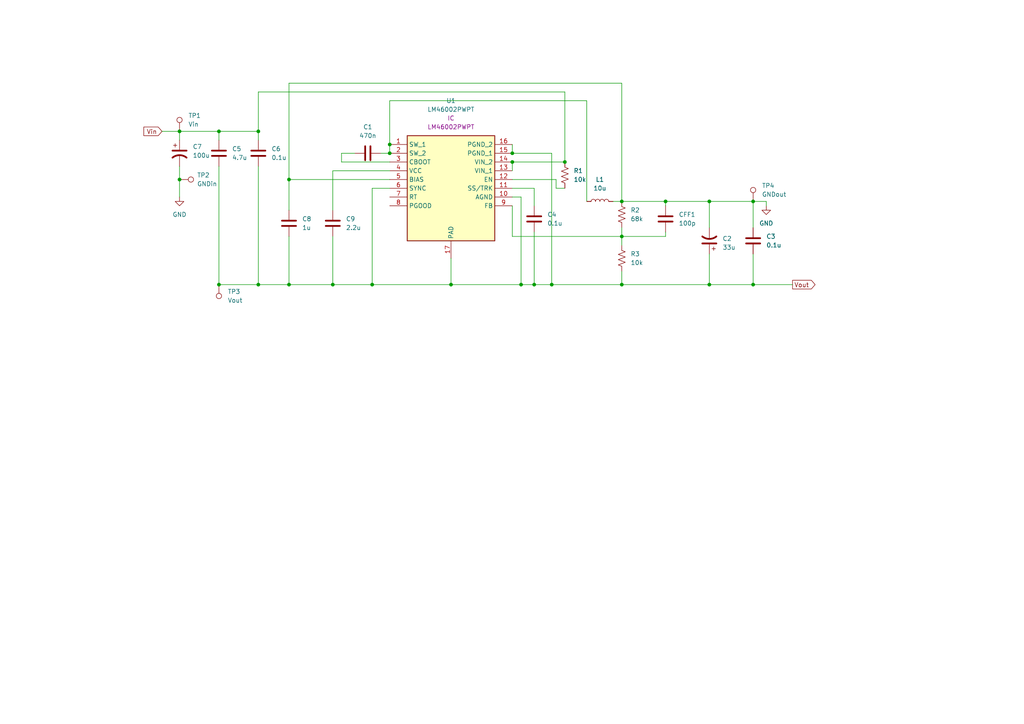
<source format=kicad_sch>
(kicad_sch (version 20211123) (generator eeschema)

  (uuid 9fbb4708-69c3-46e6-86e3-d8139890cdc7)

  (paper "A4")

  (lib_symbols
    (symbol "Connector:TestPoint" (pin_numbers hide) (pin_names (offset 0.762) hide) (in_bom yes) (on_board yes)
      (property "Reference" "TP" (id 0) (at 0 6.858 0)
        (effects (font (size 1.27 1.27)))
      )
      (property "Value" "TestPoint" (id 1) (at 0 5.08 0)
        (effects (font (size 1.27 1.27)))
      )
      (property "Footprint" "" (id 2) (at 5.08 0 0)
        (effects (font (size 1.27 1.27)) hide)
      )
      (property "Datasheet" "~" (id 3) (at 5.08 0 0)
        (effects (font (size 1.27 1.27)) hide)
      )
      (property "ki_keywords" "test point tp" (id 4) (at 0 0 0)
        (effects (font (size 1.27 1.27)) hide)
      )
      (property "ki_description" "test point" (id 5) (at 0 0 0)
        (effects (font (size 1.27 1.27)) hide)
      )
      (property "ki_fp_filters" "Pin* Test*" (id 6) (at 0 0 0)
        (effects (font (size 1.27 1.27)) hide)
      )
      (symbol "TestPoint_0_1"
        (circle (center 0 3.302) (radius 0.762)
          (stroke (width 0) (type default) (color 0 0 0 0))
          (fill (type none))
        )
      )
      (symbol "TestPoint_1_1"
        (pin passive line (at 0 0 90) (length 2.54)
          (name "1" (effects (font (size 1.27 1.27))))
          (number "1" (effects (font (size 1.27 1.27))))
        )
      )
    )
    (symbol "Converter_DCDC:LM46002PWPT" (in_bom yes) (on_board yes)
      (property "Reference" "" (id 0) (at 0 0 0)
        (effects (font (size 1.27 1.27)))
      )
      (property "Value" "LM46002PWPT" (id 1) (at 0 0 0)
        (effects (font (size 1.27 1.27)))
      )
      (property "Footprint" "" (id 2) (at 0 0 0)
        (effects (font (size 1.27 1.27)) hide)
      )
      (property "Datasheet" "" (id 3) (at 0 0 0)
        (effects (font (size 1.27 1.27)) hide)
      )
      (property "Reference_1" "IC" (id 4) (at 31.75 7.62 0)
        (effects (font (size 1.27 1.27)) (justify left top))
      )
      (property "Value_1" "LM46002PWPT" (id 5) (at 31.75 5.08 0)
        (effects (font (size 1.27 1.27)) (justify left top))
      )
      (property "Footprint_1" "SOP65P640X120-17N" (id 6) (at 31.75 -94.92 0)
        (effects (font (size 1.27 1.27)) (justify left top) hide)
      )
      (property "Datasheet_1" "http://www.ti.com/lit/gpn/lm46002" (id 7) (at 31.75 -194.92 0)
        (effects (font (size 1.27 1.27)) (justify left top) hide)
      )
      (property "Height" "1.2" (id 8) (at 31.75 -394.92 0)
        (effects (font (size 1.27 1.27)) (justify left top) hide)
      )
      (property "Mouser Part Number" "595-LM46002PWPT" (id 9) (at 31.75 -494.92 0)
        (effects (font (size 1.27 1.27)) (justify left top) hide)
      )
      (property "Mouser Price/Stock" "https://www.mouser.co.uk/ProductDetail/Texas-Instruments/LM46002PWPT?qs=p08Uhw9w2Fzg%252Bse%2F5Ujwrg%3D%3D" (id 10) (at 31.75 -594.92 0)
        (effects (font (size 1.27 1.27)) (justify left top) hide)
      )
      (property "Manufacturer_Name" "Texas Instruments" (id 11) (at 31.75 -694.92 0)
        (effects (font (size 1.27 1.27)) (justify left top) hide)
      )
      (property "Manufacturer_Part_Number" "LM46002PWPT" (id 12) (at 31.75 -794.92 0)
        (effects (font (size 1.27 1.27)) (justify left top) hide)
      )
      (property "ki_description" "Texas Instruments, LM46002PWPT Switching Regulator 2A Adjustable, 1  28 V, 16-Pin HTSSOP" (id 13) (at 0 0 0)
        (effects (font (size 1.27 1.27)) hide)
      )
      (symbol "LM46002PWPT_1_1"
        (rectangle (start 5.08 2.54) (end 30.48 -27.94)
          (stroke (width 0.254) (type default) (color 0 0 0 0))
          (fill (type background))
        )
        (pin passive line (at 0 0 0) (length 5.08)
          (name "SW_1" (effects (font (size 1.27 1.27))))
          (number "1" (effects (font (size 1.27 1.27))))
        )
        (pin passive line (at 35.56 -15.24 180) (length 5.08)
          (name "AGND" (effects (font (size 1.27 1.27))))
          (number "10" (effects (font (size 1.27 1.27))))
        )
        (pin passive line (at 35.56 -12.7 180) (length 5.08)
          (name "SS/TRK" (effects (font (size 1.27 1.27))))
          (number "11" (effects (font (size 1.27 1.27))))
        )
        (pin passive line (at 35.56 -10.16 180) (length 5.08)
          (name "EN" (effects (font (size 1.27 1.27))))
          (number "12" (effects (font (size 1.27 1.27))))
        )
        (pin passive line (at 35.56 -7.62 180) (length 5.08)
          (name "VIN_1" (effects (font (size 1.27 1.27))))
          (number "13" (effects (font (size 1.27 1.27))))
        )
        (pin passive line (at 35.56 -5.08 180) (length 5.08)
          (name "VIN_2" (effects (font (size 1.27 1.27))))
          (number "14" (effects (font (size 1.27 1.27))))
        )
        (pin passive line (at 35.56 -2.54 180) (length 5.08)
          (name "PGND_1" (effects (font (size 1.27 1.27))))
          (number "15" (effects (font (size 1.27 1.27))))
        )
        (pin passive line (at 35.56 0 180) (length 5.08)
          (name "PGND_2" (effects (font (size 1.27 1.27))))
          (number "16" (effects (font (size 1.27 1.27))))
        )
        (pin passive line (at 17.78 -33.02 90) (length 5.08)
          (name "PAD" (effects (font (size 1.27 1.27))))
          (number "17" (effects (font (size 1.27 1.27))))
        )
        (pin passive line (at 0 -2.54 0) (length 5.08)
          (name "SW_2" (effects (font (size 1.27 1.27))))
          (number "2" (effects (font (size 1.27 1.27))))
        )
        (pin passive line (at 0 -5.08 0) (length 5.08)
          (name "CBOOT" (effects (font (size 1.27 1.27))))
          (number "3" (effects (font (size 1.27 1.27))))
        )
        (pin passive line (at 0 -7.62 0) (length 5.08)
          (name "VCC" (effects (font (size 1.27 1.27))))
          (number "4" (effects (font (size 1.27 1.27))))
        )
        (pin passive line (at 0 -10.16 0) (length 5.08)
          (name "BIAS" (effects (font (size 1.27 1.27))))
          (number "5" (effects (font (size 1.27 1.27))))
        )
        (pin passive line (at 0 -12.7 0) (length 5.08)
          (name "SYNC" (effects (font (size 1.27 1.27))))
          (number "6" (effects (font (size 1.27 1.27))))
        )
        (pin passive line (at 0 -15.24 0) (length 5.08)
          (name "RT" (effects (font (size 1.27 1.27))))
          (number "7" (effects (font (size 1.27 1.27))))
        )
        (pin passive line (at 0 -17.78 0) (length 5.08)
          (name "PGOOD" (effects (font (size 1.27 1.27))))
          (number "8" (effects (font (size 1.27 1.27))))
        )
        (pin passive line (at 35.56 -17.78 180) (length 5.08)
          (name "FB" (effects (font (size 1.27 1.27))))
          (number "9" (effects (font (size 1.27 1.27))))
        )
      )
    )
    (symbol "Device:C" (pin_numbers hide) (pin_names (offset 0.254)) (in_bom yes) (on_board yes)
      (property "Reference" "C" (id 0) (at 0.635 2.54 0)
        (effects (font (size 1.27 1.27)) (justify left))
      )
      (property "Value" "C" (id 1) (at 0.635 -2.54 0)
        (effects (font (size 1.27 1.27)) (justify left))
      )
      (property "Footprint" "" (id 2) (at 0.9652 -3.81 0)
        (effects (font (size 1.27 1.27)) hide)
      )
      (property "Datasheet" "~" (id 3) (at 0 0 0)
        (effects (font (size 1.27 1.27)) hide)
      )
      (property "ki_keywords" "cap capacitor" (id 4) (at 0 0 0)
        (effects (font (size 1.27 1.27)) hide)
      )
      (property "ki_description" "Unpolarized capacitor" (id 5) (at 0 0 0)
        (effects (font (size 1.27 1.27)) hide)
      )
      (property "ki_fp_filters" "C_*" (id 6) (at 0 0 0)
        (effects (font (size 1.27 1.27)) hide)
      )
      (symbol "C_0_1"
        (polyline
          (pts
            (xy -2.032 -0.762)
            (xy 2.032 -0.762)
          )
          (stroke (width 0.508) (type default) (color 0 0 0 0))
          (fill (type none))
        )
        (polyline
          (pts
            (xy -2.032 0.762)
            (xy 2.032 0.762)
          )
          (stroke (width 0.508) (type default) (color 0 0 0 0))
          (fill (type none))
        )
      )
      (symbol "C_1_1"
        (pin passive line (at 0 3.81 270) (length 2.794)
          (name "~" (effects (font (size 1.27 1.27))))
          (number "1" (effects (font (size 1.27 1.27))))
        )
        (pin passive line (at 0 -3.81 90) (length 2.794)
          (name "~" (effects (font (size 1.27 1.27))))
          (number "2" (effects (font (size 1.27 1.27))))
        )
      )
    )
    (symbol "Device:C_Polarized_US" (pin_numbers hide) (pin_names (offset 0.254) hide) (in_bom yes) (on_board yes)
      (property "Reference" "C" (id 0) (at 0.635 2.54 0)
        (effects (font (size 1.27 1.27)) (justify left))
      )
      (property "Value" "C_Polarized_US" (id 1) (at 0.635 -2.54 0)
        (effects (font (size 1.27 1.27)) (justify left))
      )
      (property "Footprint" "" (id 2) (at 0 0 0)
        (effects (font (size 1.27 1.27)) hide)
      )
      (property "Datasheet" "~" (id 3) (at 0 0 0)
        (effects (font (size 1.27 1.27)) hide)
      )
      (property "ki_keywords" "cap capacitor" (id 4) (at 0 0 0)
        (effects (font (size 1.27 1.27)) hide)
      )
      (property "ki_description" "Polarized capacitor, US symbol" (id 5) (at 0 0 0)
        (effects (font (size 1.27 1.27)) hide)
      )
      (property "ki_fp_filters" "CP_*" (id 6) (at 0 0 0)
        (effects (font (size 1.27 1.27)) hide)
      )
      (symbol "C_Polarized_US_0_1"
        (polyline
          (pts
            (xy -2.032 0.762)
            (xy 2.032 0.762)
          )
          (stroke (width 0.508) (type default) (color 0 0 0 0))
          (fill (type none))
        )
        (polyline
          (pts
            (xy -1.778 2.286)
            (xy -0.762 2.286)
          )
          (stroke (width 0) (type default) (color 0 0 0 0))
          (fill (type none))
        )
        (polyline
          (pts
            (xy -1.27 1.778)
            (xy -1.27 2.794)
          )
          (stroke (width 0) (type default) (color 0 0 0 0))
          (fill (type none))
        )
        (arc (start 2.032 -1.27) (mid 0 -0.5572) (end -2.032 -1.27)
          (stroke (width 0.508) (type default) (color 0 0 0 0))
          (fill (type none))
        )
      )
      (symbol "C_Polarized_US_1_1"
        (pin passive line (at 0 3.81 270) (length 2.794)
          (name "~" (effects (font (size 1.27 1.27))))
          (number "1" (effects (font (size 1.27 1.27))))
        )
        (pin passive line (at 0 -3.81 90) (length 3.302)
          (name "~" (effects (font (size 1.27 1.27))))
          (number "2" (effects (font (size 1.27 1.27))))
        )
      )
    )
    (symbol "Device:L" (pin_numbers hide) (pin_names (offset 1.016) hide) (in_bom yes) (on_board yes)
      (property "Reference" "L" (id 0) (at -1.27 0 90)
        (effects (font (size 1.27 1.27)))
      )
      (property "Value" "L" (id 1) (at 1.905 0 90)
        (effects (font (size 1.27 1.27)))
      )
      (property "Footprint" "" (id 2) (at 0 0 0)
        (effects (font (size 1.27 1.27)) hide)
      )
      (property "Datasheet" "~" (id 3) (at 0 0 0)
        (effects (font (size 1.27 1.27)) hide)
      )
      (property "ki_keywords" "inductor choke coil reactor magnetic" (id 4) (at 0 0 0)
        (effects (font (size 1.27 1.27)) hide)
      )
      (property "ki_description" "Inductor" (id 5) (at 0 0 0)
        (effects (font (size 1.27 1.27)) hide)
      )
      (property "ki_fp_filters" "Choke_* *Coil* Inductor_* L_*" (id 6) (at 0 0 0)
        (effects (font (size 1.27 1.27)) hide)
      )
      (symbol "L_0_1"
        (arc (start 0 -2.54) (mid 0.635 -1.905) (end 0 -1.27)
          (stroke (width 0) (type default) (color 0 0 0 0))
          (fill (type none))
        )
        (arc (start 0 -1.27) (mid 0.635 -0.635) (end 0 0)
          (stroke (width 0) (type default) (color 0 0 0 0))
          (fill (type none))
        )
        (arc (start 0 0) (mid 0.635 0.635) (end 0 1.27)
          (stroke (width 0) (type default) (color 0 0 0 0))
          (fill (type none))
        )
        (arc (start 0 1.27) (mid 0.635 1.905) (end 0 2.54)
          (stroke (width 0) (type default) (color 0 0 0 0))
          (fill (type none))
        )
      )
      (symbol "L_1_1"
        (pin passive line (at 0 3.81 270) (length 1.27)
          (name "1" (effects (font (size 1.27 1.27))))
          (number "1" (effects (font (size 1.27 1.27))))
        )
        (pin passive line (at 0 -3.81 90) (length 1.27)
          (name "2" (effects (font (size 1.27 1.27))))
          (number "2" (effects (font (size 1.27 1.27))))
        )
      )
    )
    (symbol "Device:R_US" (pin_numbers hide) (pin_names (offset 0)) (in_bom yes) (on_board yes)
      (property "Reference" "R" (id 0) (at 2.54 0 90)
        (effects (font (size 1.27 1.27)))
      )
      (property "Value" "R_US" (id 1) (at -2.54 0 90)
        (effects (font (size 1.27 1.27)))
      )
      (property "Footprint" "" (id 2) (at 1.016 -0.254 90)
        (effects (font (size 1.27 1.27)) hide)
      )
      (property "Datasheet" "~" (id 3) (at 0 0 0)
        (effects (font (size 1.27 1.27)) hide)
      )
      (property "ki_keywords" "R res resistor" (id 4) (at 0 0 0)
        (effects (font (size 1.27 1.27)) hide)
      )
      (property "ki_description" "Resistor, US symbol" (id 5) (at 0 0 0)
        (effects (font (size 1.27 1.27)) hide)
      )
      (property "ki_fp_filters" "R_*" (id 6) (at 0 0 0)
        (effects (font (size 1.27 1.27)) hide)
      )
      (symbol "R_US_0_1"
        (polyline
          (pts
            (xy 0 -2.286)
            (xy 0 -2.54)
          )
          (stroke (width 0) (type default) (color 0 0 0 0))
          (fill (type none))
        )
        (polyline
          (pts
            (xy 0 2.286)
            (xy 0 2.54)
          )
          (stroke (width 0) (type default) (color 0 0 0 0))
          (fill (type none))
        )
        (polyline
          (pts
            (xy 0 -0.762)
            (xy 1.016 -1.143)
            (xy 0 -1.524)
            (xy -1.016 -1.905)
            (xy 0 -2.286)
          )
          (stroke (width 0) (type default) (color 0 0 0 0))
          (fill (type none))
        )
        (polyline
          (pts
            (xy 0 0.762)
            (xy 1.016 0.381)
            (xy 0 0)
            (xy -1.016 -0.381)
            (xy 0 -0.762)
          )
          (stroke (width 0) (type default) (color 0 0 0 0))
          (fill (type none))
        )
        (polyline
          (pts
            (xy 0 2.286)
            (xy 1.016 1.905)
            (xy 0 1.524)
            (xy -1.016 1.143)
            (xy 0 0.762)
          )
          (stroke (width 0) (type default) (color 0 0 0 0))
          (fill (type none))
        )
      )
      (symbol "R_US_1_1"
        (pin passive line (at 0 3.81 270) (length 1.27)
          (name "~" (effects (font (size 1.27 1.27))))
          (number "1" (effects (font (size 1.27 1.27))))
        )
        (pin passive line (at 0 -3.81 90) (length 1.27)
          (name "~" (effects (font (size 1.27 1.27))))
          (number "2" (effects (font (size 1.27 1.27))))
        )
      )
    )
    (symbol "power:GND" (power) (pin_names (offset 0)) (in_bom yes) (on_board yes)
      (property "Reference" "#PWR" (id 0) (at 0 -6.35 0)
        (effects (font (size 1.27 1.27)) hide)
      )
      (property "Value" "GND" (id 1) (at 0 -3.81 0)
        (effects (font (size 1.27 1.27)))
      )
      (property "Footprint" "" (id 2) (at 0 0 0)
        (effects (font (size 1.27 1.27)) hide)
      )
      (property "Datasheet" "" (id 3) (at 0 0 0)
        (effects (font (size 1.27 1.27)) hide)
      )
      (property "ki_keywords" "power-flag" (id 4) (at 0 0 0)
        (effects (font (size 1.27 1.27)) hide)
      )
      (property "ki_description" "Power symbol creates a global label with name \"GND\" , ground" (id 5) (at 0 0 0)
        (effects (font (size 1.27 1.27)) hide)
      )
      (symbol "GND_0_1"
        (polyline
          (pts
            (xy 0 0)
            (xy 0 -1.27)
            (xy 1.27 -1.27)
            (xy 0 -2.54)
            (xy -1.27 -1.27)
            (xy 0 -1.27)
          )
          (stroke (width 0) (type default) (color 0 0 0 0))
          (fill (type none))
        )
      )
      (symbol "GND_1_1"
        (pin power_in line (at 0 0 270) (length 0) hide
          (name "GND" (effects (font (size 1.27 1.27))))
          (number "1" (effects (font (size 1.27 1.27))))
        )
      )
    )
  )


  (junction (at 160.02 82.55) (diameter 0) (color 0 0 0 0)
    (uuid 094f17e1-72fe-4e9a-a864-965c2a351ddf)
  )
  (junction (at 218.44 58.42) (diameter 0) (color 0 0 0 0)
    (uuid 0d854ca1-22ac-4c19-93c8-2ae2e0a93235)
  )
  (junction (at 163.83 46.99) (diameter 0) (color 0 0 0 0)
    (uuid 17455fdc-205a-462a-8bf2-4cd450f7f162)
  )
  (junction (at 113.03 41.91) (diameter 0) (color 0 0 0 0)
    (uuid 37037f8a-4ed1-40a7-a6ba-c73fc01e99ef)
  )
  (junction (at 148.59 44.45) (diameter 0) (color 0 0 0 0)
    (uuid 488ef587-4415-4062-a27a-5af437559115)
  )
  (junction (at 74.93 82.55) (diameter 0) (color 0 0 0 0)
    (uuid 5ee97453-3c2a-43de-90d1-91139128ed0a)
  )
  (junction (at 193.04 58.42) (diameter 0) (color 0 0 0 0)
    (uuid 5eed53d1-ef08-4cc8-b43c-b6a930d51469)
  )
  (junction (at 148.59 46.99) (diameter 0) (color 0 0 0 0)
    (uuid 6a909356-2898-43e8-a46d-a84138d509ca)
  )
  (junction (at 151.13 82.55) (diameter 0) (color 0 0 0 0)
    (uuid 6cfb5543-5daf-467c-b6cc-88f3f4f011d7)
  )
  (junction (at 218.44 82.55) (diameter 0) (color 0 0 0 0)
    (uuid 6d0abdcf-80d3-4d8b-9699-7fd48ef66bac)
  )
  (junction (at 96.52 82.55) (diameter 0) (color 0 0 0 0)
    (uuid 6e65f1e3-b588-456d-a1fb-283968e34660)
  )
  (junction (at 180.34 58.42) (diameter 0) (color 0 0 0 0)
    (uuid 7a458dbc-5a44-442a-86ba-a896d1aeeaa4)
  )
  (junction (at 52.07 52.07) (diameter 0) (color 0 0 0 0)
    (uuid 7b297b49-eafe-405e-9932-131b2ae4ed59)
  )
  (junction (at 205.74 58.42) (diameter 0) (color 0 0 0 0)
    (uuid 7e196029-e52e-4663-ae02-5fe96ccca5de)
  )
  (junction (at 83.82 52.07) (diameter 0) (color 0 0 0 0)
    (uuid 8b64a98d-4a9f-4a51-a623-060205de56f2)
  )
  (junction (at 113.03 44.45) (diameter 0) (color 0 0 0 0)
    (uuid 902727ea-17c7-4390-b985-8b331b5131e3)
  )
  (junction (at 83.82 82.55) (diameter 0) (color 0 0 0 0)
    (uuid 9316a679-7623-4baf-885a-6934b659b70f)
  )
  (junction (at 63.5 38.1) (diameter 0) (color 0 0 0 0)
    (uuid a6141afc-9c54-4f64-9b1a-b47cc7033d49)
  )
  (junction (at 107.95 82.55) (diameter 0) (color 0 0 0 0)
    (uuid acb5bd43-fdee-4f24-ad67-4c305bb383de)
  )
  (junction (at 154.94 82.55) (diameter 0) (color 0 0 0 0)
    (uuid b0fe3187-7069-4bd5-9afb-cb728818074b)
  )
  (junction (at 63.5 82.55) (diameter 0) (color 0 0 0 0)
    (uuid b12ccfb3-a8d5-4c67-8854-aae598b58930)
  )
  (junction (at 74.93 38.1) (diameter 0) (color 0 0 0 0)
    (uuid b83fd18f-f63f-4b3c-a80e-2a45a48cfbd7)
  )
  (junction (at 180.34 68.58) (diameter 0) (color 0 0 0 0)
    (uuid ba62c22a-a071-45e9-ae6f-6ca91c2922f2)
  )
  (junction (at 52.07 38.1) (diameter 0) (color 0 0 0 0)
    (uuid c7c6b4fa-3331-4fd2-abdf-f1e64bfcde0d)
  )
  (junction (at 180.34 82.55) (diameter 0) (color 0 0 0 0)
    (uuid ec475407-19e4-4484-a2fc-b401659d9cdb)
  )
  (junction (at 130.81 82.55) (diameter 0) (color 0 0 0 0)
    (uuid ef89613c-2160-4b96-ad42-07dfeae800f8)
  )
  (junction (at 205.74 82.55) (diameter 0) (color 0 0 0 0)
    (uuid fdc81825-90a3-44b4-a983-1234c49c3af2)
  )

  (wire (pts (xy 180.34 68.58) (xy 180.34 71.12))
    (stroke (width 0) (type default) (color 0 0 0 0))
    (uuid 004f53bc-c22e-4615-a655-cf70386a2025)
  )
  (wire (pts (xy 154.94 59.69) (xy 154.94 54.61))
    (stroke (width 0) (type default) (color 0 0 0 0))
    (uuid 046e4eb3-d950-41ac-8756-33d85cf56520)
  )
  (wire (pts (xy 154.94 82.55) (xy 160.02 82.55))
    (stroke (width 0) (type default) (color 0 0 0 0))
    (uuid 049fc590-713a-465d-8508-85981a42a7d8)
  )
  (wire (pts (xy 148.59 59.69) (xy 148.59 68.58))
    (stroke (width 0) (type default) (color 0 0 0 0))
    (uuid 0a15cb12-764d-4114-b7e3-ad61e7431fc2)
  )
  (wire (pts (xy 107.95 82.55) (xy 130.81 82.55))
    (stroke (width 0) (type default) (color 0 0 0 0))
    (uuid 0f1efd34-870f-42c1-bc5b-2f46b9e01709)
  )
  (wire (pts (xy 83.82 24.13) (xy 180.34 24.13))
    (stroke (width 0) (type default) (color 0 0 0 0))
    (uuid 0f9f079c-0146-4c26-8120-4335dcfdb177)
  )
  (wire (pts (xy 113.03 46.99) (xy 99.06 46.99))
    (stroke (width 0) (type default) (color 0 0 0 0))
    (uuid 1232dfac-476d-450a-83bc-25d5646f6351)
  )
  (wire (pts (xy 161.29 52.07) (xy 161.29 54.61))
    (stroke (width 0) (type default) (color 0 0 0 0))
    (uuid 16db765d-454b-472c-9e3e-44f422ef754f)
  )
  (wire (pts (xy 63.5 82.55) (xy 63.5 48.26))
    (stroke (width 0) (type default) (color 0 0 0 0))
    (uuid 17e0226a-134d-4d7e-b3c4-c04cf4a91805)
  )
  (wire (pts (xy 113.03 41.91) (xy 113.03 44.45))
    (stroke (width 0) (type default) (color 0 0 0 0))
    (uuid 1a350c3b-43a2-4396-b708-ab5a0d79a7ac)
  )
  (wire (pts (xy 83.82 52.07) (xy 113.03 52.07))
    (stroke (width 0) (type default) (color 0 0 0 0))
    (uuid 1d4b9ff3-1a85-497a-8028-72eb5382388b)
  )
  (wire (pts (xy 74.93 82.55) (xy 83.82 82.55))
    (stroke (width 0) (type default) (color 0 0 0 0))
    (uuid 206ac758-ae02-4c5b-bbc0-33272447f61f)
  )
  (wire (pts (xy 180.34 58.42) (xy 193.04 58.42))
    (stroke (width 0) (type default) (color 0 0 0 0))
    (uuid 282e7d13-bf85-4f1a-a6d9-12ff260201cc)
  )
  (wire (pts (xy 161.29 54.61) (xy 163.83 54.61))
    (stroke (width 0) (type default) (color 0 0 0 0))
    (uuid 2c4c9d76-f5c6-44fd-a95b-69c45c3b4df1)
  )
  (wire (pts (xy 222.25 58.42) (xy 218.44 58.42))
    (stroke (width 0) (type default) (color 0 0 0 0))
    (uuid 2c795d3e-04ae-413e-8db2-d30ae09df341)
  )
  (wire (pts (xy 218.44 82.55) (xy 229.87 82.55))
    (stroke (width 0) (type default) (color 0 0 0 0))
    (uuid 2edea2d0-45c6-456e-adce-247633cf1f04)
  )
  (wire (pts (xy 83.82 82.55) (xy 96.52 82.55))
    (stroke (width 0) (type default) (color 0 0 0 0))
    (uuid 3033052a-9734-422c-b7bc-283a7ca70969)
  )
  (wire (pts (xy 154.94 67.31) (xy 154.94 82.55))
    (stroke (width 0) (type default) (color 0 0 0 0))
    (uuid 35908a99-5970-4082-abfa-8306a1a8959f)
  )
  (wire (pts (xy 180.34 82.55) (xy 205.74 82.55))
    (stroke (width 0) (type default) (color 0 0 0 0))
    (uuid 3a22ddc4-5d82-41a2-8cef-68cb86724eb4)
  )
  (wire (pts (xy 148.59 52.07) (xy 161.29 52.07))
    (stroke (width 0) (type default) (color 0 0 0 0))
    (uuid 3c639003-969e-4a07-a8b6-7778bf172996)
  )
  (wire (pts (xy 205.74 58.42) (xy 205.74 66.04))
    (stroke (width 0) (type default) (color 0 0 0 0))
    (uuid 3d4fc4e1-5af7-4126-8f35-bd3b9d39064f)
  )
  (wire (pts (xy 74.93 48.26) (xy 74.93 82.55))
    (stroke (width 0) (type default) (color 0 0 0 0))
    (uuid 40d4196b-d20f-4c9e-bea6-7249f6b92628)
  )
  (wire (pts (xy 205.74 73.66) (xy 205.74 82.55))
    (stroke (width 0) (type default) (color 0 0 0 0))
    (uuid 414b456f-a860-4bc5-971e-7c1401d870eb)
  )
  (wire (pts (xy 170.18 29.21) (xy 170.18 58.42))
    (stroke (width 0) (type default) (color 0 0 0 0))
    (uuid 494156da-fa94-4d9f-acac-f4aaf75729dd)
  )
  (wire (pts (xy 52.07 52.07) (xy 52.07 57.15))
    (stroke (width 0) (type default) (color 0 0 0 0))
    (uuid 49f93418-4681-471f-b7a9-9cc196ef7dbe)
  )
  (wire (pts (xy 110.49 44.45) (xy 113.03 44.45))
    (stroke (width 0) (type default) (color 0 0 0 0))
    (uuid 4b7296b4-8050-499f-984f-3f9bfd5d8275)
  )
  (wire (pts (xy 113.03 29.21) (xy 170.18 29.21))
    (stroke (width 0) (type default) (color 0 0 0 0))
    (uuid 4cf34539-ea15-4a13-9d12-eb53975be193)
  )
  (wire (pts (xy 222.25 59.69) (xy 222.25 58.42))
    (stroke (width 0) (type default) (color 0 0 0 0))
    (uuid 4f97dce1-5ea8-4b80-8c71-ee89d328cce3)
  )
  (wire (pts (xy 180.34 66.04) (xy 180.34 68.58))
    (stroke (width 0) (type default) (color 0 0 0 0))
    (uuid 538d0e58-a39f-48cc-b24d-06a8058dfe64)
  )
  (wire (pts (xy 96.52 49.53) (xy 113.03 49.53))
    (stroke (width 0) (type default) (color 0 0 0 0))
    (uuid 556d5694-7f11-490b-8bd1-7d04581200e4)
  )
  (wire (pts (xy 74.93 38.1) (xy 74.93 40.64))
    (stroke (width 0) (type default) (color 0 0 0 0))
    (uuid 55ea3963-f31a-4257-87f4-1077d55e310a)
  )
  (wire (pts (xy 148.59 46.99) (xy 163.83 46.99))
    (stroke (width 0) (type default) (color 0 0 0 0))
    (uuid 57e9a06d-f979-4e99-b219-5a6f9e5d65d6)
  )
  (wire (pts (xy 180.34 78.74) (xy 180.34 82.55))
    (stroke (width 0) (type default) (color 0 0 0 0))
    (uuid 60b3f35b-87f7-4c6c-96be-da000769c5ef)
  )
  (wire (pts (xy 63.5 82.55) (xy 74.93 82.55))
    (stroke (width 0) (type default) (color 0 0 0 0))
    (uuid 68db445e-9da5-4144-9c3d-171e3873ef24)
  )
  (wire (pts (xy 148.59 54.61) (xy 154.94 54.61))
    (stroke (width 0) (type default) (color 0 0 0 0))
    (uuid 6bcb156f-da0a-403b-93eb-d11fff16a62e)
  )
  (wire (pts (xy 148.59 46.99) (xy 148.59 49.53))
    (stroke (width 0) (type default) (color 0 0 0 0))
    (uuid 6d986160-6bb8-4202-8010-0a5ade68c82e)
  )
  (wire (pts (xy 177.8 58.42) (xy 180.34 58.42))
    (stroke (width 0) (type default) (color 0 0 0 0))
    (uuid 71fc727e-8084-4e18-b0bb-3aeda3264e64)
  )
  (wire (pts (xy 96.52 68.58) (xy 96.52 82.55))
    (stroke (width 0) (type default) (color 0 0 0 0))
    (uuid 74a6cf02-936b-4465-8d2b-2ab5c6172729)
  )
  (wire (pts (xy 148.59 57.15) (xy 151.13 57.15))
    (stroke (width 0) (type default) (color 0 0 0 0))
    (uuid 78c6de69-1374-498c-aadd-142538012b94)
  )
  (wire (pts (xy 52.07 38.1) (xy 63.5 38.1))
    (stroke (width 0) (type default) (color 0 0 0 0))
    (uuid 7aefefb6-87d2-4a5a-9302-7c3f7cc0240c)
  )
  (wire (pts (xy 52.07 48.26) (xy 52.07 52.07))
    (stroke (width 0) (type default) (color 0 0 0 0))
    (uuid 7d805a57-fe24-4868-a455-e57a522b30a9)
  )
  (wire (pts (xy 83.82 52.07) (xy 83.82 60.96))
    (stroke (width 0) (type default) (color 0 0 0 0))
    (uuid 7e4ba36a-81fc-4fdb-9884-62e3d65b172d)
  )
  (wire (pts (xy 180.34 24.13) (xy 180.34 58.42))
    (stroke (width 0) (type default) (color 0 0 0 0))
    (uuid 7fc4e41f-3c1e-49e2-9ac2-5ca55e8f8d73)
  )
  (wire (pts (xy 205.74 82.55) (xy 218.44 82.55))
    (stroke (width 0) (type default) (color 0 0 0 0))
    (uuid 87a834ae-dae2-44d2-ae19-9d3a42e54e5f)
  )
  (wire (pts (xy 99.06 46.99) (xy 99.06 44.45))
    (stroke (width 0) (type default) (color 0 0 0 0))
    (uuid 919ad3e5-0f7d-4962-8f6c-05536ed54d4e)
  )
  (wire (pts (xy 193.04 58.42) (xy 205.74 58.42))
    (stroke (width 0) (type default) (color 0 0 0 0))
    (uuid 93635af4-71be-4252-b3e8-c31933363241)
  )
  (wire (pts (xy 113.03 41.91) (xy 113.03 29.21))
    (stroke (width 0) (type default) (color 0 0 0 0))
    (uuid a473bb69-8ace-4b9a-adad-52a018b3da6f)
  )
  (wire (pts (xy 218.44 73.66) (xy 218.44 82.55))
    (stroke (width 0) (type default) (color 0 0 0 0))
    (uuid a83f472c-05f2-45c8-a9f9-f67c2de6bac0)
  )
  (wire (pts (xy 205.74 58.42) (xy 218.44 58.42))
    (stroke (width 0) (type default) (color 0 0 0 0))
    (uuid ab203b6c-3453-4bda-ac4e-cdd7fabfda18)
  )
  (wire (pts (xy 180.34 82.55) (xy 160.02 82.55))
    (stroke (width 0) (type default) (color 0 0 0 0))
    (uuid ac3c622e-cf71-4154-bf8f-26b9bda9f03b)
  )
  (wire (pts (xy 163.83 26.67) (xy 74.93 26.67))
    (stroke (width 0) (type default) (color 0 0 0 0))
    (uuid ac40b2a2-8d55-4b84-9105-7fc2ab3a83d0)
  )
  (wire (pts (xy 63.5 38.1) (xy 63.5 40.64))
    (stroke (width 0) (type default) (color 0 0 0 0))
    (uuid ae4dc135-066a-4556-b2e9-ed2c9ea77381)
  )
  (wire (pts (xy 151.13 82.55) (xy 154.94 82.55))
    (stroke (width 0) (type default) (color 0 0 0 0))
    (uuid afbb1648-f0b3-45ea-bd99-b225c155e0a6)
  )
  (wire (pts (xy 130.81 74.93) (xy 130.81 82.55))
    (stroke (width 0) (type default) (color 0 0 0 0))
    (uuid b037a968-b3e0-44dc-a080-836f885b5b6c)
  )
  (wire (pts (xy 99.06 44.45) (xy 102.87 44.45))
    (stroke (width 0) (type default) (color 0 0 0 0))
    (uuid b22666fc-5436-4851-a024-72e146995315)
  )
  (wire (pts (xy 46.99 38.1) (xy 52.07 38.1))
    (stroke (width 0) (type default) (color 0 0 0 0))
    (uuid b8ce8658-6c9c-435f-a282-f91410e37012)
  )
  (wire (pts (xy 163.83 46.99) (xy 163.83 26.67))
    (stroke (width 0) (type default) (color 0 0 0 0))
    (uuid b96d61c0-0623-4233-8301-39aabb6b4524)
  )
  (wire (pts (xy 52.07 38.1) (xy 52.07 40.64))
    (stroke (width 0) (type default) (color 0 0 0 0))
    (uuid ba74dba8-615c-4c2d-ade6-73fe81bd9cd7)
  )
  (wire (pts (xy 193.04 68.58) (xy 180.34 68.58))
    (stroke (width 0) (type default) (color 0 0 0 0))
    (uuid baeed579-5525-40c6-85ea-ea97dd19f6d5)
  )
  (wire (pts (xy 96.52 60.96) (xy 96.52 49.53))
    (stroke (width 0) (type default) (color 0 0 0 0))
    (uuid bb3e500f-155d-4e4a-858b-25a1333397b2)
  )
  (wire (pts (xy 193.04 58.42) (xy 193.04 59.69))
    (stroke (width 0) (type default) (color 0 0 0 0))
    (uuid bbe63856-a33e-4081-a396-aa54e57c2089)
  )
  (wire (pts (xy 193.04 67.31) (xy 193.04 68.58))
    (stroke (width 0) (type default) (color 0 0 0 0))
    (uuid c01eb99c-056f-4a6e-8846-7307df6efd30)
  )
  (wire (pts (xy 83.82 24.13) (xy 83.82 52.07))
    (stroke (width 0) (type default) (color 0 0 0 0))
    (uuid c40b5d24-c54d-4fd1-b4c9-ff6fad760d77)
  )
  (wire (pts (xy 107.95 54.61) (xy 107.95 82.55))
    (stroke (width 0) (type default) (color 0 0 0 0))
    (uuid d00cf3ba-9021-42a2-bab5-168963be09fc)
  )
  (wire (pts (xy 83.82 68.58) (xy 83.82 82.55))
    (stroke (width 0) (type default) (color 0 0 0 0))
    (uuid df267db7-1997-46a0-b052-5d33e0eaa190)
  )
  (wire (pts (xy 148.59 41.91) (xy 148.59 44.45))
    (stroke (width 0) (type default) (color 0 0 0 0))
    (uuid e277665f-03d6-4b88-9be8-89772124c9ae)
  )
  (wire (pts (xy 148.59 68.58) (xy 180.34 68.58))
    (stroke (width 0) (type default) (color 0 0 0 0))
    (uuid e67df109-e473-4e8d-96a1-0dbf9f9c050d)
  )
  (wire (pts (xy 130.81 82.55) (xy 151.13 82.55))
    (stroke (width 0) (type default) (color 0 0 0 0))
    (uuid e80ea38d-7397-4f8a-a01c-d0dfd45300cd)
  )
  (wire (pts (xy 218.44 58.42) (xy 218.44 66.04))
    (stroke (width 0) (type default) (color 0 0 0 0))
    (uuid ebc0ab6a-8064-4772-a954-05f93c9e2edb)
  )
  (wire (pts (xy 63.5 38.1) (xy 74.93 38.1))
    (stroke (width 0) (type default) (color 0 0 0 0))
    (uuid ed559f8e-5fb2-4a2a-b773-a9d8de215b88)
  )
  (wire (pts (xy 160.02 82.55) (xy 160.02 44.45))
    (stroke (width 0) (type default) (color 0 0 0 0))
    (uuid ef49bd35-8a7e-4f67-a65c-67cfb4bee47c)
  )
  (wire (pts (xy 160.02 44.45) (xy 148.59 44.45))
    (stroke (width 0) (type default) (color 0 0 0 0))
    (uuid f157ab39-b3c8-448f-a693-6f654ac1783b)
  )
  (wire (pts (xy 96.52 82.55) (xy 107.95 82.55))
    (stroke (width 0) (type default) (color 0 0 0 0))
    (uuid f31aa8d8-edd3-4f3d-b300-a53f16e6f828)
  )
  (wire (pts (xy 113.03 54.61) (xy 107.95 54.61))
    (stroke (width 0) (type default) (color 0 0 0 0))
    (uuid fb55c58d-9337-4835-9d64-95a0b7855b23)
  )
  (wire (pts (xy 74.93 26.67) (xy 74.93 38.1))
    (stroke (width 0) (type default) (color 0 0 0 0))
    (uuid fcdbdf21-c722-4bdd-abd2-4be36ed6750d)
  )
  (wire (pts (xy 151.13 57.15) (xy 151.13 82.55))
    (stroke (width 0) (type default) (color 0 0 0 0))
    (uuid ffd8d551-eb96-40f1-ab7e-3f002cf97b60)
  )

  (global_label "Vin" (shape input) (at 46.99 38.1 180) (fields_autoplaced)
    (effects (font (size 1.27 1.27)) (justify right))
    (uuid 53735f4e-9455-4463-b540-285656d714e6)
    (property "Intersheet References" "${INTERSHEET_REFS}" (id 0) (at 41.7345 38.0206 0)
      (effects (font (size 1.27 1.27)) (justify right) hide)
    )
  )
  (global_label "Vout" (shape output) (at 229.87 82.55 0) (fields_autoplaced)
    (effects (font (size 1.27 1.27)) (justify left))
    (uuid 61a58762-a107-4480-8bae-f219838d8f4f)
    (property "Intersheet References" "${INTERSHEET_REFS}" (id 0) (at 236.3955 82.4706 0)
      (effects (font (size 1.27 1.27)) (justify left) hide)
    )
  )

  (symbol (lib_id "Device:L") (at 173.99 58.42 90) (unit 1)
    (in_bom yes) (on_board yes) (fields_autoplaced)
    (uuid 03d5f62e-f439-4e22-92bd-4c67e3b504df)
    (property "Reference" "L1" (id 0) (at 173.99 52.07 90))
    (property "Value" "10u" (id 1) (at 173.99 54.61 90))
    (property "Footprint" "Inductor_SMD:L_Taiyo-Yuden_NR-10050_9.8x10.0mm" (id 2) (at 173.99 58.42 0)
      (effects (font (size 1.27 1.27)) hide)
    )
    (property "Datasheet" "https://wmsc.lcsc.com/wmsc/upload/file/pdf/v2/lcsc/2211290930_XR-XRCD105-100M_C5289465.pdf" (id 3) (at 173.99 58.42 0)
      (effects (font (size 1.27 1.27)) hide)
    )
    (pin "1" (uuid 81ada2cc-0abd-4d3f-b7dd-582457f8c618))
    (pin "2" (uuid 48d158b9-b90f-4a5a-ba97-257770edc8a1))
  )

  (symbol (lib_id "Device:R_US") (at 180.34 74.93 0) (unit 1)
    (in_bom yes) (on_board yes) (fields_autoplaced)
    (uuid 05800e8f-7ffd-4666-80ee-bcef9dfd67ea)
    (property "Reference" "R3" (id 0) (at 182.88 73.6599 0)
      (effects (font (size 1.27 1.27)) (justify left))
    )
    (property "Value" "10k" (id 1) (at 182.88 76.1999 0)
      (effects (font (size 1.27 1.27)) (justify left))
    )
    (property "Footprint" "Resistor_SMD:R_0603_1608Metric" (id 2) (at 181.356 75.184 90)
      (effects (font (size 1.27 1.27)) hide)
    )
    (property "Datasheet" "https://wmsc.lcsc.com/wmsc/upload/file/pdf/v2/lcsc/2304140030_Vishay-Intertech-CRCW060310K0FKEA_C844918.pdf" (id 3) (at 180.34 74.93 0)
      (effects (font (size 1.27 1.27)) hide)
    )
    (property "Notes" "R Feedback Bottom" (id 4) (at 180.34 74.93 0)
      (effects (font (size 1.27 1.27)) hide)
    )
    (pin "1" (uuid 85faa2fd-397e-44ce-a269-f520e4711ecc))
    (pin "2" (uuid 8589e5a8-1240-42d4-9500-95334e2dbe69))
  )

  (symbol (lib_id "Device:C_Polarized_US") (at 52.07 44.45 0) (unit 1)
    (in_bom yes) (on_board yes) (fields_autoplaced)
    (uuid 28eff13b-766e-4e7a-b80d-71d448644101)
    (property "Reference" "C7" (id 0) (at 55.88 42.5449 0)
      (effects (font (size 1.27 1.27)) (justify left))
    )
    (property "Value" "100u" (id 1) (at 55.88 45.0849 0)
      (effects (font (size 1.27 1.27)) (justify left))
    )
    (property "Footprint" "Capacitor_SMD:CP_Elec_10x10.5" (id 2) (at 52.07 44.45 0)
      (effects (font (size 1.27 1.27)) hide)
    )
    (property "Datasheet" "https://wmsc.lcsc.com/wmsc/upload/file/pdf/v2/lcsc/2203221030_HRK-GVT1J107M1010CNVC_C2983410.pdf" (id 3) (at 52.07 44.45 0)
      (effects (font (size 1.27 1.27)) hide)
    )
    (property "Notes" "Supply C in" (id 4) (at 52.07 44.45 0)
      (effects (font (size 1.27 1.27)) hide)
    )
    (pin "1" (uuid e6d21fe3-ae47-4a92-be50-d372fe2c7d5e))
    (pin "2" (uuid 01dd718f-c3c8-4573-ab90-285d608f6bf6))
  )

  (symbol (lib_id "Connector:TestPoint") (at 218.44 58.42 0) (unit 1)
    (in_bom yes) (on_board yes) (fields_autoplaced)
    (uuid 32dbc128-5efa-4ab6-ac5c-8b9ce362046d)
    (property "Reference" "TP4" (id 0) (at 220.98 53.8479 0)
      (effects (font (size 1.27 1.27)) (justify left))
    )
    (property "Value" "GNDout" (id 1) (at 220.98 56.3879 0)
      (effects (font (size 1.27 1.27)) (justify left))
    )
    (property "Footprint" "TestPoint:TestPoint_Keystone_5010-5014_Multipurpose" (id 2) (at 223.52 58.42 0)
      (effects (font (size 1.27 1.27)) hide)
    )
    (property "Datasheet" "~" (id 3) (at 223.52 58.42 0)
      (effects (font (size 1.27 1.27)) hide)
    )
    (pin "1" (uuid 5b51f3cd-af6d-45e5-a95c-476c56e5ee84))
  )

  (symbol (lib_id "Device:C_Polarized_US") (at 205.74 69.85 180) (unit 1)
    (in_bom yes) (on_board yes) (fields_autoplaced)
    (uuid 35a0b691-34bd-4778-8bb2-f36c3ee27c62)
    (property "Reference" "C2" (id 0) (at 209.55 69.2149 0)
      (effects (font (size 1.27 1.27)) (justify right))
    )
    (property "Value" "33u" (id 1) (at 209.55 71.7549 0)
      (effects (font (size 1.27 1.27)) (justify right))
    )
    (property "Footprint" "Capacitor_SMD:CP_Elec_6.3x9.9" (id 2) (at 205.74 69.85 0)
      (effects (font (size 1.27 1.27)) hide)
    )
    (property "Datasheet" "https://wmsc.lcsc.com/wmsc/upload/file/pdf/v2/lcsc/2304140030_Ymin-VKMC1001J330MV_C487379.pdf" (id 3) (at 205.74 69.85 0)
      (effects (font (size 1.27 1.27)) hide)
    )
    (property "Notes" "C Out" (id 4) (at 205.74 69.85 0)
      (effects (font (size 1.27 1.27)) hide)
    )
    (pin "1" (uuid 9af55513-bbb4-4630-b64b-85850e719912))
    (pin "2" (uuid 7463a75e-6c06-45e8-ae52-2cfb3718a95a))
  )

  (symbol (lib_id "Device:C") (at 154.94 63.5 0) (unit 1)
    (in_bom yes) (on_board yes) (fields_autoplaced)
    (uuid 361d2aa3-02ed-4882-ac05-ca6c8bb4f5b7)
    (property "Reference" "C4" (id 0) (at 158.75 62.2299 0)
      (effects (font (size 1.27 1.27)) (justify left))
    )
    (property "Value" "0.1u" (id 1) (at 158.75 64.7699 0)
      (effects (font (size 1.27 1.27)) (justify left))
    )
    (property "Footprint" "Capacitor_SMD:C_0603_1608Metric" (id 2) (at 155.9052 67.31 0)
      (effects (font (size 1.27 1.27)) hide)
    )
    (property "Datasheet" "~" (id 3) (at 154.94 63.5 0)
      (effects (font (size 1.27 1.27)) hide)
    )
    (pin "1" (uuid 77511734-f406-4311-b754-4ce543ec00b9))
    (pin "2" (uuid e4266ce1-f571-4a43-a439-911e8d2e840f))
  )

  (symbol (lib_id "Device:C") (at 74.93 44.45 0) (unit 1)
    (in_bom yes) (on_board yes) (fields_autoplaced)
    (uuid 411285da-050a-4c81-9549-9d1fe5871566)
    (property "Reference" "C6" (id 0) (at 78.74 43.1799 0)
      (effects (font (size 1.27 1.27)) (justify left))
    )
    (property "Value" "0.1u" (id 1) (at 78.74 45.7199 0)
      (effects (font (size 1.27 1.27)) (justify left))
    )
    (property "Footprint" "Capacitor_SMD:C_0603_1608Metric" (id 2) (at 75.8952 48.26 0)
      (effects (font (size 1.27 1.27)) hide)
    )
    (property "Datasheet" "https://wmsc.lcsc.com/wmsc/upload/file/pdf/v2/lcsc/2005211034_PSA-Prosperity-Dielectrics-FN18F104Z500PSG_C497032.pdf" (id 3) (at 74.93 44.45 0)
      (effects (font (size 1.27 1.27)) hide)
    )
    (property "Notes" "C In Decoupling" (id 4) (at 74.93 44.45 0)
      (effects (font (size 1.27 1.27)) hide)
    )
    (pin "1" (uuid 8ffb09ca-43d3-4aaa-8fef-565b9db90579))
    (pin "2" (uuid 8de8652b-1225-49f0-b1e1-17343684f942))
  )

  (symbol (lib_id "Device:C") (at 218.44 69.85 0) (unit 1)
    (in_bom yes) (on_board yes) (fields_autoplaced)
    (uuid 420718cb-321a-406a-97c5-bd3370013453)
    (property "Reference" "C3" (id 0) (at 222.25 68.5799 0)
      (effects (font (size 1.27 1.27)) (justify left))
    )
    (property "Value" "0.1u" (id 1) (at 222.25 71.1199 0)
      (effects (font (size 1.27 1.27)) (justify left))
    )
    (property "Footprint" "Capacitor_SMD:C_0603_1608Metric" (id 2) (at 219.4052 73.66 0)
      (effects (font (size 1.27 1.27)) hide)
    )
    (property "Datasheet" "https://wmsc.lcsc.com/wmsc/upload/file/pdf/v2/lcsc/2005211034_PSA-Prosperity-Dielectrics-FN18F104Z500PSG_C497032.pdf" (id 3) (at 218.44 69.85 0)
      (effects (font (size 1.27 1.27)) hide)
    )
    (property "Notes" "C Out Decoupling" (id 4) (at 218.44 69.85 0)
      (effects (font (size 1.27 1.27)) hide)
    )
    (pin "1" (uuid ffcd12e8-af2f-4fdd-9c1f-b640c4ee12cd))
    (pin "2" (uuid fc1843f8-fdf9-4f83-8620-3a63376543ac))
  )

  (symbol (lib_id "Device:R_US") (at 180.34 62.23 0) (unit 1)
    (in_bom yes) (on_board yes) (fields_autoplaced)
    (uuid 565cb560-7c45-4b10-a400-3cc1606f132f)
    (property "Reference" "R2" (id 0) (at 182.88 60.9599 0)
      (effects (font (size 1.27 1.27)) (justify left))
    )
    (property "Value" "68k" (id 1) (at 182.88 63.4999 0)
      (effects (font (size 1.27 1.27)) (justify left))
    )
    (property "Footprint" "Resistor_SMD:R_0603_1608Metric" (id 2) (at 181.356 62.484 90)
      (effects (font (size 1.27 1.27)) hide)
    )
    (property "Datasheet" "https://wmsc.lcsc.com/wmsc/upload/file/pdf/v2/lcsc/2304140030_Ever-Ohms-Tech-CR0603J68K0P05Z_C881398.pdf" (id 3) (at 180.34 62.23 0)
      (effects (font (size 1.27 1.27)) hide)
    )
    (property "Notes" "R Feedback Top" (id 4) (at 180.34 62.23 0)
      (effects (font (size 1.27 1.27)) hide)
    )
    (pin "1" (uuid 3faca5c3-43a9-4000-b7e5-a1492d1e1447))
    (pin "2" (uuid cf47f7be-45fc-46b3-aee4-aa6c46418111))
  )

  (symbol (lib_id "Device:C") (at 106.68 44.45 90) (unit 1)
    (in_bom yes) (on_board yes) (fields_autoplaced)
    (uuid 587b2b6c-9fe2-4623-ae85-4f6777bbbf4f)
    (property "Reference" "C1" (id 0) (at 106.68 36.83 90))
    (property "Value" "470n" (id 1) (at 106.68 39.37 90))
    (property "Footprint" "Capacitor_SMD:C_0603_1608Metric" (id 2) (at 110.49 43.4848 0)
      (effects (font (size 1.27 1.27)) hide)
    )
    (property "Datasheet" "https://wmsc.lcsc.com/wmsc/upload/file/pdf/v2/lcsc/2304140030_PSA-Prosperity-Dielectrics-FN18B474K500PBG_C525234.pdf" (id 3) (at 106.68 44.45 0)
      (effects (font (size 1.27 1.27)) hide)
    )
    (property "Notes" "C Boot" (id 4) (at 106.68 44.45 90)
      (effects (font (size 1.27 1.27)) hide)
    )
    (pin "1" (uuid 82f9f6d5-5dc7-4de3-8833-ded471591f1c))
    (pin "2" (uuid b3983f85-49ec-48de-bc7d-5d7c5dca2c57))
  )

  (symbol (lib_id "Connector:TestPoint") (at 52.07 52.07 270) (unit 1)
    (in_bom yes) (on_board yes) (fields_autoplaced)
    (uuid 5f4b57a8-d610-4556-9a67-a9c64ebe7993)
    (property "Reference" "TP2" (id 0) (at 57.15 50.7999 90)
      (effects (font (size 1.27 1.27)) (justify left))
    )
    (property "Value" "GNDin" (id 1) (at 57.15 53.3399 90)
      (effects (font (size 1.27 1.27)) (justify left))
    )
    (property "Footprint" "TestPoint:TestPoint_Keystone_5010-5014_Multipurpose" (id 2) (at 52.07 57.15 0)
      (effects (font (size 1.27 1.27)) hide)
    )
    (property "Datasheet" "~" (id 3) (at 52.07 57.15 0)
      (effects (font (size 1.27 1.27)) hide)
    )
    (pin "1" (uuid f6151142-160d-472f-bf3d-6cdd8ce1d15b))
  )

  (symbol (lib_id "power:GND") (at 222.25 59.69 0) (unit 1)
    (in_bom yes) (on_board yes) (fields_autoplaced)
    (uuid 6206b23a-c785-4dbe-b0c9-11979d5bee26)
    (property "Reference" "#PWR0102" (id 0) (at 222.25 66.04 0)
      (effects (font (size 1.27 1.27)) hide)
    )
    (property "Value" "GND" (id 1) (at 222.25 64.77 0))
    (property "Footprint" "" (id 2) (at 222.25 59.69 0)
      (effects (font (size 1.27 1.27)) hide)
    )
    (property "Datasheet" "" (id 3) (at 222.25 59.69 0)
      (effects (font (size 1.27 1.27)) hide)
    )
    (pin "1" (uuid 271cfb60-66be-4289-91b2-59efd3386f98))
  )

  (symbol (lib_id "power:GND") (at 52.07 57.15 0) (unit 1)
    (in_bom yes) (on_board yes) (fields_autoplaced)
    (uuid 66969842-8cb9-46e5-a969-5dd199d57b9f)
    (property "Reference" "#PWR0101" (id 0) (at 52.07 63.5 0)
      (effects (font (size 1.27 1.27)) hide)
    )
    (property "Value" "GND" (id 1) (at 52.07 62.23 0))
    (property "Footprint" "" (id 2) (at 52.07 57.15 0)
      (effects (font (size 1.27 1.27)) hide)
    )
    (property "Datasheet" "" (id 3) (at 52.07 57.15 0)
      (effects (font (size 1.27 1.27)) hide)
    )
    (pin "1" (uuid 1730c6a6-9667-4a67-9389-f78472766da1))
  )

  (symbol (lib_id "Device:R_US") (at 163.83 50.8 0) (unit 1)
    (in_bom yes) (on_board yes) (fields_autoplaced)
    (uuid 6aeff42a-1e40-4dd3-8a14-88e8de58756c)
    (property "Reference" "R1" (id 0) (at 166.37 49.5299 0)
      (effects (font (size 1.27 1.27)) (justify left))
    )
    (property "Value" "10k" (id 1) (at 166.37 52.0699 0)
      (effects (font (size 1.27 1.27)) (justify left))
    )
    (property "Footprint" "Resistor_SMD:R_0603_1608Metric" (id 2) (at 164.846 51.054 90)
      (effects (font (size 1.27 1.27)) hide)
    )
    (property "Datasheet" "https://wmsc.lcsc.com/wmsc/upload/file/pdf/v2/lcsc/2304140030_Vishay-Intertech-CRCW060310K0FKEA_C844918.pdf" (id 3) (at 163.83 50.8 0)
      (effects (font (size 1.27 1.27)) hide)
    )
    (property "Notes" "R Enable" (id 4) (at 163.83 50.8 0)
      (effects (font (size 1.27 1.27)) hide)
    )
    (pin "1" (uuid 8c078b31-fc51-4eb1-92c0-cf142dda4075))
    (pin "2" (uuid c5d9469f-caa0-4a77-83a0-ceaa0764a13c))
  )

  (symbol (lib_id "Connector:TestPoint") (at 52.07 38.1 0) (unit 1)
    (in_bom yes) (on_board yes) (fields_autoplaced)
    (uuid a125aa6e-9e00-4016-928f-9e3ca7cb66f2)
    (property "Reference" "TP1" (id 0) (at 54.61 33.5279 0)
      (effects (font (size 1.27 1.27)) (justify left))
    )
    (property "Value" "Vin" (id 1) (at 54.61 36.0679 0)
      (effects (font (size 1.27 1.27)) (justify left))
    )
    (property "Footprint" "TestPoint:TestPoint_Keystone_5010-5014_Multipurpose" (id 2) (at 57.15 38.1 0)
      (effects (font (size 1.27 1.27)) hide)
    )
    (property "Datasheet" "~" (id 3) (at 57.15 38.1 0)
      (effects (font (size 1.27 1.27)) hide)
    )
    (pin "1" (uuid 9428ebeb-1eb5-4edc-8a86-2115a1a79a43))
  )

  (symbol (lib_id "Converter_DCDC:LM46002PWPT") (at 113.03 41.91 0) (unit 1)
    (in_bom yes) (on_board yes) (fields_autoplaced)
    (uuid c54dbacb-c00a-4369-9384-58f8b5e1343b)
    (property "Reference" "U1" (id 0) (at 130.81 29.21 0))
    (property "Value" "LM46002PWPT" (id 1) (at 130.81 31.75 0))
    (property "Footprint" "Package_SO:TI_HTSSOP-16_SOP65P640X120-17N" (id 2) (at 113.03 41.91 0)
      (effects (font (size 1.27 1.27)) hide)
    )
    (property "Datasheet" "https://www.ti.com/lit/ds/symlink/lm46002.pdf" (id 3) (at 113.03 41.91 0)
      (effects (font (size 1.27 1.27)) hide)
    )
    (property "Reference_1" "IC" (id 4) (at 130.81 34.29 0))
    (property "Value_1" "LM46002PWPT" (id 5) (at 130.81 36.83 0))
    (property "Footprint_1" "SOP65P640X120-17N" (id 6) (at 144.78 136.83 0)
      (effects (font (size 1.27 1.27)) (justify left top) hide)
    )
    (property "Datasheet_1" "http://www.ti.com/lit/gpn/lm46002" (id 7) (at 144.78 236.83 0)
      (effects (font (size 1.27 1.27)) (justify left top) hide)
    )
    (property "Height" "1.2" (id 8) (at 144.78 436.83 0)
      (effects (font (size 1.27 1.27)) (justify left top) hide)
    )
    (property "Mouser Part Number" "595-LM46002PWPT" (id 9) (at 144.78 536.83 0)
      (effects (font (size 1.27 1.27)) (justify left top) hide)
    )
    (property "Mouser Price/Stock" "https://www.mouser.co.uk/ProductDetail/Texas-Instruments/LM46002PWPT?qs=p08Uhw9w2Fzg%252Bse%2F5Ujwrg%3D%3D" (id 10) (at 144.78 636.83 0)
      (effects (font (size 1.27 1.27)) (justify left top) hide)
    )
    (property "Manufacturer_Name" "Texas Instruments" (id 11) (at 144.78 736.83 0)
      (effects (font (size 1.27 1.27)) (justify left top) hide)
    )
    (property "Manufacturer_Part_Number" "LM46002PWPT" (id 12) (at 144.78 836.83 0)
      (effects (font (size 1.27 1.27)) (justify left top) hide)
    )
    (pin "1" (uuid 20f6e00c-dc28-4b89-a633-e355d54f02ef))
    (pin "10" (uuid 5c5dcf73-2cb8-4b4c-85d0-08f1b257d200))
    (pin "11" (uuid 3d710efe-29de-433c-8301-f6afbe509a33))
    (pin "12" (uuid a98909bd-4d17-43e1-8119-07d3068a99a8))
    (pin "13" (uuid 0ca87445-88e0-40f3-a64a-7027c8d62927))
    (pin "14" (uuid 94601757-1c56-449a-a017-c19f33349647))
    (pin "15" (uuid e9370813-4eaa-41b7-8716-54d449c3c04e))
    (pin "16" (uuid 659d5859-890b-4d89-8f7a-c10060982a15))
    (pin "17" (uuid 9fa831d3-0fca-4235-a43f-9be517ff1b5f))
    (pin "2" (uuid 9cb2ee3c-441d-435c-a6b4-c5524a45ca3c))
    (pin "3" (uuid 2d866798-04e0-46fa-ab3b-cbf724d6c0eb))
    (pin "4" (uuid 7c914ab0-ecbd-48ae-9e50-92e96932912a))
    (pin "5" (uuid f41c42c7-b394-40fd-822a-2bf146f45d11))
    (pin "6" (uuid c94dc2ea-bf22-40fa-9c3b-109fb0317c15))
    (pin "7" (uuid ebd3170e-fa77-4515-bf91-39b7e02b19b6))
    (pin "8" (uuid ba2061d0-f8de-4057-a2b8-d9f54f557bf4))
    (pin "9" (uuid 63a28d51-d513-4396-a003-57bd09b7965b))
  )

  (symbol (lib_id "Device:C") (at 83.82 64.77 0) (unit 1)
    (in_bom yes) (on_board yes) (fields_autoplaced)
    (uuid c8a4395d-495a-41c7-8e99-c5c5ba20424a)
    (property "Reference" "C8" (id 0) (at 87.63 63.4999 0)
      (effects (font (size 1.27 1.27)) (justify left))
    )
    (property "Value" "1u" (id 1) (at 87.63 66.0399 0)
      (effects (font (size 1.27 1.27)) (justify left))
    )
    (property "Footprint" "Capacitor_SMD:C_0603_1608Metric" (id 2) (at 84.7852 68.58 0)
      (effects (font (size 1.27 1.27)) hide)
    )
    (property "Datasheet" "https://wmsc.lcsc.com/wmsc/upload/file/pdf/v2/lcsc/2208181800_FOJAN-FCC0603B105K250CT_C5137572.pdf" (id 3) (at 83.82 64.77 0)
      (effects (font (size 1.27 1.27)) hide)
    )
    (property "Notes" "C Bias" (id 4) (at 83.82 64.77 0)
      (effects (font (size 1.27 1.27)) hide)
    )
    (pin "1" (uuid 62bdf4cb-385e-4b94-a55f-354fb46aa214))
    (pin "2" (uuid 63b52cfe-9d79-482e-8d53-0d6db3e88952))
  )

  (symbol (lib_id "Device:C") (at 63.5 44.45 0) (unit 1)
    (in_bom yes) (on_board yes) (fields_autoplaced)
    (uuid f08e2e5d-1cc3-49db-b44a-c7e08c9cca0f)
    (property "Reference" "C5" (id 0) (at 67.31 43.1799 0)
      (effects (font (size 1.27 1.27)) (justify left))
    )
    (property "Value" "4.7u" (id 1) (at 67.31 45.7199 0)
      (effects (font (size 1.27 1.27)) (justify left))
    )
    (property "Footprint" "Capacitor_SMD:C_1210_3225Metric" (id 2) (at 64.4652 48.26 0)
      (effects (font (size 1.27 1.27)) hide)
    )
    (property "Datasheet" "https://wmsc.lcsc.com/wmsc/upload/file/pdf/v2/lcsc/2211282230_Taiyo-Yuden-HMJ325KC7475KMHPE_C412615.pdf" (id 3) (at 63.5 44.45 0)
      (effects (font (size 1.27 1.27)) hide)
    )
    (property "Notes" "C In output rail" (id 4) (at 63.5 44.45 0)
      (effects (font (size 1.27 1.27)) hide)
    )
    (pin "1" (uuid bf14ce4f-c1ad-4229-8642-f2574e9e7d61))
    (pin "2" (uuid 6c45134d-1bea-4ee9-82c6-42867bcfa346))
  )

  (symbol (lib_id "Device:C") (at 193.04 63.5 0) (unit 1)
    (in_bom yes) (on_board yes) (fields_autoplaced)
    (uuid f203a827-df79-487a-9080-5859890f5408)
    (property "Reference" "CFF1" (id 0) (at 196.85 62.2299 0)
      (effects (font (size 1.27 1.27)) (justify left))
    )
    (property "Value" "100p" (id 1) (at 196.85 64.7699 0)
      (effects (font (size 1.27 1.27)) (justify left))
    )
    (property "Footprint" "Capacitor_SMD:C_0603_1608Metric" (id 2) (at 194.0052 67.31 0)
      (effects (font (size 1.27 1.27)) hide)
    )
    (property "Datasheet" "https://wmsc.lcsc.com/wmsc/upload/file/pdf/v2/lcsc/2208181800_FOJAN-FCC0603N101J500CT_C5137494.pdf" (id 3) (at 193.04 63.5 0)
      (effects (font (size 1.27 1.27)) hide)
    )
    (pin "1" (uuid aa226440-a3e7-4235-94d0-1a2d2041cb01))
    (pin "2" (uuid b7245da2-8907-40ca-b6e3-2d6cdbd0a42a))
  )

  (symbol (lib_id "Device:C") (at 96.52 64.77 0) (unit 1)
    (in_bom yes) (on_board yes) (fields_autoplaced)
    (uuid f5e669c0-0571-4d11-a928-5927d4f1003a)
    (property "Reference" "C9" (id 0) (at 100.33 63.4999 0)
      (effects (font (size 1.27 1.27)) (justify left))
    )
    (property "Value" "2.2u" (id 1) (at 100.33 66.0399 0)
      (effects (font (size 1.27 1.27)) (justify left))
    )
    (property "Footprint" "Capacitor_SMD:C_0603_1608Metric" (id 2) (at 97.4852 68.58 0)
      (effects (font (size 1.27 1.27)) hide)
    )
    (property "Datasheet" "https://wmsc.lcsc.com/wmsc/upload/file/pdf/v2/lcsc/2211282230_Taiyo-Yuden-LMK107B7225KA-TR_C268026.pdf" (id 3) (at 96.52 64.77 0)
      (effects (font (size 1.27 1.27)) hide)
    )
    (property "Notes" "C VCC" (id 4) (at 96.52 64.77 0)
      (effects (font (size 1.27 1.27)) hide)
    )
    (pin "1" (uuid 9eaafbd3-866e-4958-801b-7834628ccd67))
    (pin "2" (uuid 428b33d8-df24-440b-ae0a-095256414e8e))
  )

  (symbol (lib_id "Connector:TestPoint") (at 63.5 82.55 180) (unit 1)
    (in_bom yes) (on_board yes) (fields_autoplaced)
    (uuid fcd7fa87-bca2-472e-acd0-9f7f828d43ca)
    (property "Reference" "TP3" (id 0) (at 66.04 84.5819 0)
      (effects (font (size 1.27 1.27)) (justify right))
    )
    (property "Value" "Vout" (id 1) (at 66.04 87.1219 0)
      (effects (font (size 1.27 1.27)) (justify right))
    )
    (property "Footprint" "TestPoint:TestPoint_Keystone_5010-5014_Multipurpose" (id 2) (at 58.42 82.55 0)
      (effects (font (size 1.27 1.27)) hide)
    )
    (property "Datasheet" "~" (id 3) (at 58.42 82.55 0)
      (effects (font (size 1.27 1.27)) hide)
    )
    (pin "1" (uuid f9ea9425-cfa0-4651-9c01-341b78da0864))
  )

  (sheet_instances
    (path "/" (page "1"))
  )

  (symbol_instances
    (path "/66969842-8cb9-46e5-a969-5dd199d57b9f"
      (reference "#PWR0101") (unit 1) (value "GND") (footprint "")
    )
    (path "/6206b23a-c785-4dbe-b0c9-11979d5bee26"
      (reference "#PWR0102") (unit 1) (value "GND") (footprint "")
    )
    (path "/587b2b6c-9fe2-4623-ae85-4f6777bbbf4f"
      (reference "C1") (unit 1) (value "470n") (footprint "Capacitor_SMD:C_0603_1608Metric")
    )
    (path "/35a0b691-34bd-4778-8bb2-f36c3ee27c62"
      (reference "C2") (unit 1) (value "33u") (footprint "Capacitor_SMD:CP_Elec_6.3x9.9")
    )
    (path "/420718cb-321a-406a-97c5-bd3370013453"
      (reference "C3") (unit 1) (value "0.1u") (footprint "Capacitor_SMD:C_0603_1608Metric")
    )
    (path "/361d2aa3-02ed-4882-ac05-ca6c8bb4f5b7"
      (reference "C4") (unit 1) (value "0.1u") (footprint "Capacitor_SMD:C_0603_1608Metric")
    )
    (path "/f08e2e5d-1cc3-49db-b44a-c7e08c9cca0f"
      (reference "C5") (unit 1) (value "4.7u") (footprint "Capacitor_SMD:C_1210_3225Metric")
    )
    (path "/411285da-050a-4c81-9549-9d1fe5871566"
      (reference "C6") (unit 1) (value "0.1u") (footprint "Capacitor_SMD:C_0603_1608Metric")
    )
    (path "/28eff13b-766e-4e7a-b80d-71d448644101"
      (reference "C7") (unit 1) (value "100u") (footprint "Capacitor_SMD:CP_Elec_10x10.5")
    )
    (path "/c8a4395d-495a-41c7-8e99-c5c5ba20424a"
      (reference "C8") (unit 1) (value "1u") (footprint "Capacitor_SMD:C_0603_1608Metric")
    )
    (path "/f5e669c0-0571-4d11-a928-5927d4f1003a"
      (reference "C9") (unit 1) (value "2.2u") (footprint "Capacitor_SMD:C_0603_1608Metric")
    )
    (path "/f203a827-df79-487a-9080-5859890f5408"
      (reference "CFF1") (unit 1) (value "100p") (footprint "Capacitor_SMD:C_0603_1608Metric")
    )
    (path "/03d5f62e-f439-4e22-92bd-4c67e3b504df"
      (reference "L1") (unit 1) (value "10u") (footprint "Inductor_SMD:L_Taiyo-Yuden_NR-10050_9.8x10.0mm")
    )
    (path "/6aeff42a-1e40-4dd3-8a14-88e8de58756c"
      (reference "R1") (unit 1) (value "10k") (footprint "Resistor_SMD:R_0603_1608Metric")
    )
    (path "/565cb560-7c45-4b10-a400-3cc1606f132f"
      (reference "R2") (unit 1) (value "68k") (footprint "Resistor_SMD:R_0603_1608Metric")
    )
    (path "/05800e8f-7ffd-4666-80ee-bcef9dfd67ea"
      (reference "R3") (unit 1) (value "10k") (footprint "Resistor_SMD:R_0603_1608Metric")
    )
    (path "/a125aa6e-9e00-4016-928f-9e3ca7cb66f2"
      (reference "TP1") (unit 1) (value "Vin") (footprint "TestPoint:TestPoint_Keystone_5010-5014_Multipurpose")
    )
    (path "/5f4b57a8-d610-4556-9a67-a9c64ebe7993"
      (reference "TP2") (unit 1) (value "GNDin") (footprint "TestPoint:TestPoint_Keystone_5010-5014_Multipurpose")
    )
    (path "/fcd7fa87-bca2-472e-acd0-9f7f828d43ca"
      (reference "TP3") (unit 1) (value "Vout") (footprint "TestPoint:TestPoint_Keystone_5010-5014_Multipurpose")
    )
    (path "/32dbc128-5efa-4ab6-ac5c-8b9ce362046d"
      (reference "TP4") (unit 1) (value "GNDout") (footprint "TestPoint:TestPoint_Keystone_5010-5014_Multipurpose")
    )
    (path "/c54dbacb-c00a-4369-9384-58f8b5e1343b"
      (reference "U1") (unit 1) (value "LM46002PWPT") (footprint "Package_SO:TI_HTSSOP-16_SOP65P640X120-17N")
    )
  )
)

</source>
